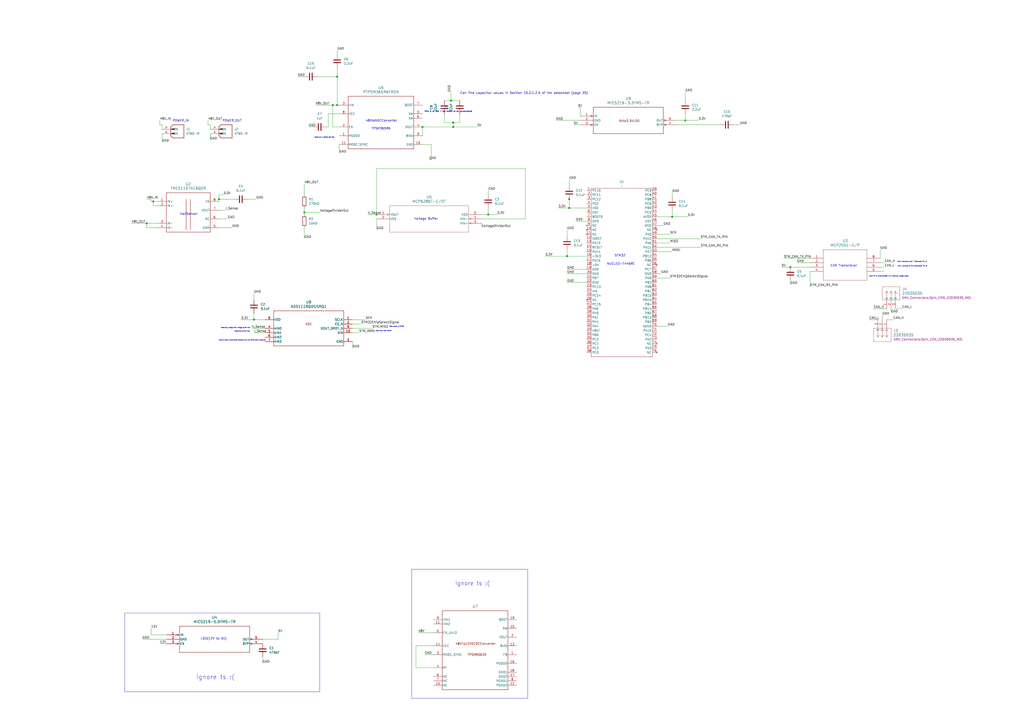
<source format=kicad_sch>
(kicad_sch (version 20250114) (generator "eeschema") (generator_version "9.0")
  (paper "A2")
  (lib_symbols
    (symbol "Device:C" (pin_numbers (hide yes)) (pin_names (offset 0.254))
      (property "Reference" "C" (at 0.635 2.54 0))
      (property "Value" "C" (at 0.635 -2.54 0))
      (symbol "C_0_1"
        (polyline (pts (xy -2.032 0.762) (xy 2.032 0.762)) (stroke (width 0.508)))
        (polyline (pts (xy -2.032 -0.762) (xy 2.032 -0.762)) (stroke (width 0.508)))
      )
      (symbol "C_1_1"
        (pin passive line (at 0 3.81 270) (length 2.794) (name "~") (number "1"))
        (pin passive line (at 0 -3.81 90) (length 2.794) (name "~") (number "2"))
      )
    )
    (symbol "Device:R" (pin_numbers (hide yes)) (pin_names (offset 0))
      (property "Reference" "R" (at 2.032 0 90))
      (property "Value" "R" (at 0 0 90))
      (symbol "R_0_1"
        (rectangle (start -1.016 -2.54) (end 1.016 2.54) (stroke (width 0.254)))
      )
      (symbol "R_1_1"
        (pin passive line (at 0 3.81 270) (length 1.27) (name "~") (number "1"))
        (pin passive line (at 0 -3.81 90) (length 1.27) (name "~") (number "2"))
      )
    )
    (symbol "SMV_Custom:3-pin Mini Molex Spox" (pin_names (offset 0.254))
      (property "Reference" "J" (at 8.89 6.35 0))
      (property "Value" "22035035" (at -3.81 3.81 0))
      (property "Footprint" "SMV_Connectors:3pin_CON_22035035_MOL" (at 0 0 0))
      (symbol "3-pin Mini Molex Spox_1_1"
        (polyline (pts (xy 5.08 2.54) (xy 5.08 -7.62)) (stroke (width 0.127)))
        (polyline (pts (xy 5.08 -7.62) (xy 12.7 -7.62)) (stroke (width 0.127)))
        (polyline (pts (xy 10.16 0) (xy 5.08 0)) (stroke (width 0.127)))
        (polyline (pts (xy 10.16 0) (xy 8.89 0.8467)) (stroke (width 0.127)))
        (polyline (pts (xy 10.16 0) (xy 8.89 -0.8467)) (stroke (width 0.127)))
        (polyline (pts (xy 10.16 -2.54) (xy 5.08 -2.54)) (stroke (width 0.127)))
        (polyline (pts (xy 10.16 -2.54) (xy 8.89 -1.6933)) (stroke (width 0.127)))
        (polyline (pts (xy 10.16 -2.54) (xy 8.89 -3.3867)) (stroke (width 0.127)))
        (polyline (pts (xy 10.16 -5.08) (xy 5.08 -5.08)) (stroke (width 0.127)))
        (polyline (pts (xy 10.16 -5.08) (xy 8.89 -4.2333)) (stroke (width 0.127)))
        (polyline (pts (xy 10.16 -5.08) (xy 8.89 -5.9267)) (stroke (width 0.127)))
        (polyline (pts (xy 12.7 2.54) (xy 5.08 2.54)) (stroke (width 0.127)))
        (polyline (pts (xy 12.7 -7.62) (xy 12.7 2.54)) (stroke (width 0.127)))
        (pin unspecified line (at 0 0 0) (length 5.08) (name "1") (number "1"))
        (pin unspecified line (at 0 -2.54 0) (length 5.08) (name "2") (number "2"))
        (pin unspecified line (at 0 -5.08 0) (length 5.08) (name "3") (number "3"))
      )
      (symbol "3-pin Mini Molex Spox_1_2"
        (polyline (pts (xy 5.08 2.54) (xy 5.08 -7.62)) (stroke (width 0.127)))
        (polyline (pts (xy 5.08 -7.62) (xy 12.7 -7.62)) (stroke (width 0.127)))
        (polyline (pts (xy 7.62 0) (xy 5.08 0)) (stroke (width 0.127)))
        (polyline (pts (xy 7.62 0) (xy 8.89 0.8467)) (stroke (width 0.127)))
        (polyline (pts (xy 7.62 0) (xy 8.89 -0.8467)) (stroke (width 0.127)))
        (polyline (pts (xy 7.62 -2.54) (xy 5.08 -2.54)) (stroke (width 0.127)))
        (polyline (pts (xy 7.62 -2.54) (xy 8.89 -1.6933)) (stroke (width 0.127)))
        (polyline (pts (xy 7.62 -2.54) (xy 8.89 -3.3867)) (stroke (width 0.127)))
        (polyline (pts (xy 7.62 -5.08) (xy 5.08 -5.08)) (stroke (width 0.127)))
        (polyline (pts (xy 7.62 -5.08) (xy 8.89 -4.2333)) (stroke (width 0.127)))
        (polyline (pts (xy 7.62 -5.08) (xy 8.89 -5.9267)) (stroke (width 0.127)))
        (polyline (pts (xy 12.7 2.54) (xy 5.08 2.54)) (stroke (width 0.127)))
        (polyline (pts (xy 12.7 -7.62) (xy 12.7 2.54)) (stroke (width 0.127)))
        (pin unspecified line (at 0 0 0) (length 5.08) (name "1") (number "1"))
        (pin unspecified line (at 0 -2.54 0) (length 5.08) (name "2") (number "2"))
        (pin unspecified line (at 0 -5.08 0) (length 5.08) (name "3") (number "3"))
      )
    )
    (symbol "SMV_Custom:ADS1118QDGSRQ1" (pin_names (offset 0.254))
      (property "Reference" "U" (at 0 12.192 0))
      (property "Value" "ADS1118QDGSRQ1" (at -0.762 -3.556 0))
      (symbol "ADS1118QDGSRQ1_0_1"
        (polyline (pts (xy -20.32 10.16) (xy -20.32 -10.16)) (stroke (width 0.2032)))
        (polyline (pts (xy -20.32 -10.16) (xy 20.32 -10.16)) (stroke (width 0.2032)))
        (polyline (pts (xy 20.32 10.16) (xy -20.32 10.16)) (stroke (width 0.2032)))
        (polyline (pts (xy 20.32 -10.16) (xy 20.32 10.16)) (stroke (width 0.2032)))
        (pin power_in line (at -25.4 5.08 0) (length 5.08) (name "VDD") (number "8"))
        (pin input line (at -25.4 0 0) (length 5.08) (name "AIN0") (number "4"))
        (pin input line (at -25.4 -2.54 0) (length 5.08) (name "AIN1") (number "5"))
        (pin input line (at -25.4 -5.08 0) (length 5.08) (name "AIN2") (number "6"))
        (pin input line (at -25.4 -7.62 0) (length 5.08) (name "AIN3") (number "7"))
        (pin input line (at 25.4 5.08 180) (length 5.08) (name "SCLK") (number "1"))
        (pin input line (at 25.4 2.54 180) (length 5.08) (name "CS_N") (number "2"))
        (pin output line (at 25.4 0 180) (length 5.08) (name "DOUT_DRDY_N") (number "9"))
        (pin input line (at 25.4 -2.54 180) (length 5.08) (name "DIN") (number "10"))
        (pin power_in line (at 25.4 -7.62 180) (length 5.08) (name "GND") (number "3"))
      )
      (symbol "ADS1118QDGSRQ1_1_1"
        (text "ADC" (at 0 2.54 0) (effects (font (size 1.27 1.27))))
      )
    )
    (symbol "SMV_Custom:MCP2551-E_P" (pin_names (offset 0.254))
      (property "Reference" "U" (at 20.32 10.16 0))
      (property "Value" "MCP2551-E/P" (at 20.32 7.62 0))
      (symbol "MCP2551-E_P_0_1"
        (polyline (pts (xy 7.62 5.08) (xy 7.62 -12.7)) (stroke (width 0.127)))
        (polyline (pts (xy 7.62 -12.7) (xy 33.02 -12.7)) (stroke (width 0.127)))
        (polyline (pts (xy 33.02 5.08) (xy 7.62 5.08)) (stroke (width 0.127)))
        (polyline (pts (xy 33.02 -12.7) (xy 33.02 5.08)) (stroke (width 0.127)))
        (pin unspecified line (at 0 0 0) (length 7.62) (name "") (number "1"))
        (pin unspecified line (at 0 -2.54 0) (length 7.62) (name "") (number "2"))
        (pin unspecified line (at 0 -5.08 0) (length 7.62) (name "") (number "3"))
        (pin unspecified line (at 0 -7.62 0) (length 7.62) (name "") (number "4"))
        (pin unspecified line (at 40.64 0 180) (length 7.62) (name "") (number "8"))
        (pin unspecified line (at 40.64 -2.54 180) (length 7.62) (name "") (number "7"))
        (pin unspecified line (at 40.64 -5.08 180) (length 7.62) (name "") (number "6"))
        (pin unspecified line (at 40.64 -7.62 180) (length 7.62) (name "") (number "5"))
      )
    )
    (symbol "SMV_Custom:MCP6286T-E_OT" (pin_names (offset 0.254))
      (property "Reference" "U" (at 30.48 10.16 0))
      (property "Value" "MCP6286T-E/OT" (at 30.48 7.62 0))
      (symbol "MCP6286T-E_OT_0_1"
        (polyline (pts (xy 7.0993 0.5207) (xy 6.0579 0)) (stroke (width 0.127)))
        (polyline (pts (xy 7.0993 -0.5207) (xy 6.0579 0)) (stroke (width 0.127)))
        (polyline (pts (xy 7.62 5.08) (xy 7.62 -10.16)) (stroke (width 0.127)))
        (polyline (pts (xy 7.62 -10.16) (xy 53.34 -10.16)) (stroke (width 0.127)))
        (polyline (pts (xy 53.34 5.08) (xy 7.62 5.08)) (stroke (width 0.127)))
        (polyline (pts (xy 53.34 -10.16) (xy 53.34 5.08)) (stroke (width 0.127)))
        (polyline (pts (xy 53.8607 -2.54) (xy 54.9021 -2.0193)) (stroke (width 0.127)))
        (polyline (pts (xy 53.8607 -2.54) (xy 54.9021 -3.0607)) (stroke (width 0.127)))
        (polyline (pts (xy 53.8607 -5.08) (xy 54.9021 -4.5593)) (stroke (width 0.127)))
        (polyline (pts (xy 53.8607 -5.08) (xy 54.9021 -5.6007)) (stroke (width 0.127)))
        (pin output line (at 0 0 0) (length 7.62) (name "VOUT") (number "1"))
        (pin power_in line (at 0 -2.54 0) (length 7.62) (name "VSS") (number "2"))
        (pin power_in line (at 60.96 0 180) (length 7.62) (name "VDD") (number "5"))
        (pin input line (at 60.96 -2.54 180) (length 7.62) (name "VIN-") (number "4"))
        (pin input line (at 60.96 -5.08 180) (length 7.62) (name "VIN+") (number "3"))
      )
    )
    (symbol "SMV_Custom:MIC5219-3.3YM5-TR" (pin_names (offset 0.254))
      (property "Reference" "U" (at 27.94 10.16 0))
      (property "Value" "MIC5219-3.3YM5-TR" (at 27.94 7.62 0))
      (symbol "MIC5219-3.3YM5-TR_0_1"
        (polyline (pts (xy 7.0993 0) (xy 6.0579 0.5207)) (stroke (width 0.2032)))
        (polyline (pts (xy 7.0993 0) (xy 6.0579 -0.5207)) (stroke (width 0.2032)))
        (polyline (pts (xy 7.0993 -5.08) (xy 6.0579 -4.5593)) (stroke (width 0.2032)))
        (polyline (pts (xy 7.0993 -5.08) (xy 6.0579 -5.6007)) (stroke (width 0.2032)))
        (polyline (pts (xy 7.62 5.08) (xy 7.62 -10.16)) (stroke (width 0.2032)))
        (polyline (pts (xy 7.62 -10.16) (xy 48.26 -10.16)) (stroke (width 0.2032)))
        (polyline (pts (xy 48.26 5.08) (xy 7.62 5.08)) (stroke (width 0.2032)))
        (polyline (pts (xy 48.26 -10.16) (xy 48.26 5.08)) (stroke (width 0.2032)))
        (polyline (pts (xy 48.7807 -2.0193) (xy 49.8221 -2.54)) (stroke (width 0.2032)))
        (polyline (pts (xy 48.7807 -3.0607) (xy 49.8221 -2.54)) (stroke (width 0.2032)))
        (polyline (pts (xy 48.7807 -4.5593) (xy 49.8221 -5.08)) (stroke (width 0.2032)))
        (polyline (pts (xy 48.7807 -5.6007) (xy 49.8221 -5.08)) (stroke (width 0.2032)))
        (pin input line (at 0 0 0) (length 7.62) (name "IN") (number "1"))
        (pin power_in line (at 0 -2.54 0) (length 7.62) (name "GND") (number "2"))
        (pin input line (at 0 -5.08 0) (length 7.62) (name "EN") (number "3"))
        (pin output line (at 55.88 -2.54 180) (length 7.62) (name "OUT") (number "5"))
        (pin output line (at 55.88 -5.08 180) (length 7.62) (name "BYP") (number "4"))
      )
      (symbol "MIC5219-3.3YM5-TR_1_1"
        (text "5Vto3.3VLDO" (at 28.448 -2.794 0) (effects (font (size 1.27 1.27))))
      )
    )
    (symbol "SMV_Custom:MIC5219-5.0YM5-TR" (pin_names (offset 0.254))
      (property "Reference" "U" (at 27.94 10.16 0))
      (property "Value" "MIC5219-5.0YM5-TR" (at 27.94 7.62 0))
      (symbol "MIC5219-5.0YM5-TR_0_1"
        (polyline (pts (xy 7.0993 0) (xy 6.0579 0.5207)) (stroke (width 0.2032)))
        (polyline (pts (xy 7.0993 0) (xy 6.0579 -0.5207)) (stroke (width 0.2032)))
        (polyline (pts (xy 7.0993 -5.08) (xy 6.0579 -4.5593)) (stroke (width 0.2032)))
        (polyline (pts (xy 7.0993 -5.08) (xy 6.0579 -5.6007)) (stroke (width 0.2032)))
        (polyline (pts (xy 7.62 5.08) (xy 7.62 -10.16)) (stroke (width 0.2032)))
        (polyline (pts (xy 7.62 -10.16) (xy 48.26 -10.16)) (stroke (width 0.2032)))
        (polyline (pts (xy 48.26 5.08) (xy 7.62 5.08)) (stroke (width 0.2032)))
        (polyline (pts (xy 48.26 -10.16) (xy 48.26 5.08)) (stroke (width 0.2032)))
        (polyline (pts (xy 48.7807 -2.0193) (xy 49.8221 -2.54)) (stroke (width 0.2032)))
        (polyline (pts (xy 48.7807 -3.0607) (xy 49.8221 -2.54)) (stroke (width 0.2032)))
        (polyline (pts (xy 48.7807 -4.5593) (xy 49.8221 -5.08)) (stroke (width 0.2032)))
        (polyline (pts (xy 48.7807 -5.6007) (xy 49.8221 -5.08)) (stroke (width 0.2032)))
        (pin input line (at 0 0 0) (length 7.62) (name "IN") (number "1"))
        (pin power_in line (at 0 -2.54 0) (length 7.62) (name "GND") (number "2"))
        (pin input line (at 0 -5.08 0) (length 7.62) (name "EN") (number "3"))
        (pin output line (at 55.88 -2.54 180) (length 7.62) (name "OUT") (number "5"))
        (pin output line (at 55.88 -5.08 180) (length 7.62) (name "BYP") (number "4"))
      )
    )
    (symbol "SMV_Custom:P65630SVCGR" (pin_names (offset 0.254))
      (property "Reference" "U" (at 0 2.54 0))
      (symbol "P65630SVCGR_0_1"
        (polyline (pts (xy 5.08 5.08) (xy 5.08 -40.64)) (stroke (width 0.2032)))
        (polyline (pts (xy 5.08 -40.64) (xy 43.18 -40.64)) (stroke (width 0.2032)))
        (polyline (pts (xy 43.18 5.08) (xy 5.08 5.08)) (stroke (width 0.2032)))
        (polyline (pts (xy 43.18 -40.64) (xy 43.18 5.08)) (stroke (width 0.2032)))
        (pin power_in line (at 0 0 0) (length 5.08) (name "VIN1") (number "9"))
        (pin power_in line (at 0 -2.54 0) (length 5.08) (name "VIN2") (number "11"))
        (pin input line (at 0 -7.62 0) (length 5.08) (name "EN_UVLO") (number "5"))
        (pin power_in line (at 0 -15.24 0) (length 5.08) (name "VCC") (number "14"))
        (pin input line (at 0 -20.32 0) (length 5.08) (name "MODE_SYNC") (number "3"))
        (pin unspecified line (at 0 -27.94 0) (length 5.08) (name "RT") (number "4"))
        (pin unspecified line (at 0 -33.02 0) (length 5.08) (name "NC") (number "6"))
        (pin unspecified line (at 0 -35.56 0) (length 5.08) (name "NC") (number "7"))
        (pin unspecified line (at 0 -38.1 0) (length 5.08) (name "NC") (number "15"))
        (pin power_in line (at 48.26 0 180) (length 5.08) (name "BOOT") (number "19"))
        (pin power_in line (at 48.26 -5.08 180) (length 5.08) (name "SW") (number "10"))
        (pin power_in line (at 48.26 -10.16 180) (length 5.08) (name "VOUT") (number "2"))
        (pin power_in line (at 48.26 -15.24 180) (length 5.08) (name "BIAS") (number "13"))
        (pin unspecified line (at 48.26 -20.32 180) (length 5.08) (name "FB") (number "1"))
        (pin open_collector line (at 48.26 -25.4 180) (length 5.08) (name "PGOOD") (number "16"))
        (pin power_in line (at 48.26 -30.48 180) (length 5.08) (name "GND1") (number "18"))
        (pin power_in line (at 48.26 -33.02 180) (length 5.08) (name "GND2") (number "17"))
        (pin power_in line (at 48.26 -35.56 180) (length 5.08) (name "PGND1") (number "8"))
        (pin power_in line (at 48.26 -38.1 180) (length 5.08) (name "PGND2") (number "12"))
      )
      (symbol "P65630SVCGR_1_1"
        (text "48VTo12VDCDCConverter" (at 24.384 -13.97 0) (effects (font (size 1.27 1.27))))
        (text "TPSM65630" (at 25.146 -20.32 0) (effects (font (size 1.27 1.27))))
      )
    )
    (symbol "SMV_Custom:PTPSM365R6FRDN" (pin_names (offset 0.254))
      (property "Reference" "U" (at 22.86 7.874 0))
      (property "Value" "PTPSM365R6FRDN" (at 24.384 -3.556 0))
      (symbol "PTPSM365R6FRDN_0_1"
        (polyline (pts (xy 5.08 5.08) (xy 5.08 -25.4)) (stroke (width 0.2032)))
        (polyline (pts (xy 5.08 -25.4) (xy 43.18 -25.4)) (stroke (width 0.2032)))
        (polyline (pts (xy 43.18 5.08) (xy 5.08 5.08)) (stroke (width 0.2032)))
        (polyline (pts (xy 43.18 -25.4) (xy 43.18 5.08)) (stroke (width 0.2032)))
        (pin power_in line (at 0 0 0) (length 5.08) (name "VIN") (number "3"))
        (pin unspecified line (at 0 -5.08 0) (length 5.08) (name "VCC") (number "8"))
        (pin input line (at 0 -12.7 0) (length 5.08) (name "EN") (number "2"))
        (pin open_collector line (at 0 -17.78 0) (length 5.08) (name "PGOOD") (number "1"))
        (pin unspecified line (at 0 -22.86 0) (length 5.08) (name "MODE_SYNC") (number "11"))
        (pin unspecified line (at 48.26 0 180) (length 5.08) (name "BOOT") (number "7"))
        (pin unspecified line (at 48.26 -5.08 180) (length 5.08) (name "SW") (number "5"))
        (pin unspecified line (at 48.26 -7.62 180) (length 5.08) (name "SW") (number "6"))
        (pin unspecified line (at 48.26 -12.7 180) (length 5.08) (name "VOUT") (number "4"))
        (pin unspecified line (at 48.26 -17.78 180) (length 5.08) (name "BIAS") (number "9"))
        (pin power_in line (at 48.26 -22.86 180) (length 5.08) (name "GND") (number "10"))
      )
    )
    (symbol "SMV_Custom:STM32_Nucleo_F446RE"
      (property "Reference" "U" (at 0 0 0))
      (symbol "STM32_Nucleo_F446RE_0_1"
        (rectangle (start -17.78 -1.27) (end 17.78 -99.06))
      )
      (symbol "STM32_Nucleo_F446RE_1_1"
        (pin bidirectional line (at -20.32 -2.54 0) (length 2.54) (name "PC10") (number "1"))
        (pin bidirectional line (at -20.32 -5.08 0) (length 2.54) (name "PC11") (number "2"))
        (pin bidirectional line (at -20.32 -7.62 0) (length 2.54) (name "PC12") (number "3"))
        (pin bidirectional line (at -20.32 -10.16 0) (length 2.54) (name "PD2") (number "4"))
        (pin power_in line (at -20.32 -12.7 0) (length 2.54) (name "VDD") (number "5"))
        (pin power_in line (at -20.32 -15.24 0) (length 2.54) (name "E5V") (number "6"))
        (pin input line (at -20.32 -17.78 0) (length 2.54) (name "BOOT0") (number "7"))
        (pin power_in line (at -20.32 -20.32 0) (length 2.54) (name "GND") (number "8"))
        (pin no_connect line (at -20.32 -22.86 0) (length 2.54) (name "NC") (number "9"))
        (pin no_connect line (at -20.32 -25.4 0) (length 2.54) (name "NC") (number "10"))
        (pin no_connect line (at -20.32 -27.94 0) (length 2.54) (name "NC") (number "11"))
        (pin input line (at -20.32 -30.48 0) (length 2.54) (name "IOREF") (number "12"))
        (pin bidirectional line (at -20.32 -33.02 0) (length 2.54) (name "PA13") (number "13"))
        (pin input line (at -20.32 -35.56 0) (length 2.54) (name "RESET") (number "14"))
        (pin bidirectional line (at -20.32 -38.1 0) (length 2.54) (name "PA14") (number "15"))
        (pin power_in line (at -20.32 -40.64 0) (length 2.54) (name "+3V3") (number "16"))
        (pin bidirectional line (at -20.32 -43.18 0) (length 2.54) (name "PA15") (number "17"))
        (pin power_in line (at -20.32 -45.72 0) (length 2.54) (name "+5V") (number "18"))
        (pin power_in line (at -20.32 -48.26 0) (length 2.54) (name "GND") (number "19"))
        (pin power_in line (at -20.32 -50.8 0) (length 2.54) (name "GND") (number "20"))
        (pin bidirectional line (at -20.32 -53.34 0) (length 2.54) (name "PB7") (number "21"))
        (pin power_in line (at -20.32 -55.88 0) (length 2.54) (name "GND") (number "22"))
        (pin bidirectional line (at -20.32 -58.42 0) (length 2.54) (name "PC13") (number "23"))
        (pin power_in line (at -20.32 -60.96 0) (length 2.54) (name "VIN") (number "24"))
        (pin bidirectional line (at -20.32 -63.5 0) (length 2.54) (name "PC14") (number "25"))
        (pin no_connect line (at -20.32 -66.04 0) (length 2.54) (name "NC") (number "26"))
        (pin bidirectional line (at -20.32 -68.58 0) (length 2.54) (name "PC15") (number "27"))
        (pin bidirectional line (at -20.32 -71.12 0) (length 2.54) (name "PA0") (number "28"))
        (pin bidirectional line (at -20.32 -73.66 0) (length 2.54) (name "PH0") (number "29"))
        (pin bidirectional line (at -20.32 -76.2 0) (length 2.54) (name "PA1") (number "30"))
        (pin bidirectional line (at -20.32 -78.74 0) (length 2.54) (name "PH1") (number "31"))
        (pin bidirectional line (at -20.32 -81.28 0) (length 2.54) (name "PA4") (number "32"))
        (pin power_in line (at -20.32 -83.82 0) (length 2.54) (name "VBAT") (number "33"))
        (pin bidirectional line (at -20.32 -86.36 0) (length 2.54) (name "PB0") (number "34"))
        (pin bidirectional line (at -20.32 -88.9 0) (length 2.54) (name "PC2") (number "35"))
        (pin bidirectional line (at -20.32 -91.44 0) (length 2.54) (name "PC1") (number "36"))
        (pin bidirectional line (at -20.32 -93.98 0) (length 2.54) (name "PC3") (number "37"))
        (pin bidirectional line (at -20.32 -96.52 0) (length 2.54) (name "PC0") (number "38"))
        (pin bidirectional line (at 20.32 -2.54 180) (length 2.54) (name "PC9") (number "39"))
        (pin bidirectional line (at 20.32 -5.08 180) (length 2.54) (name "PC8") (number "40"))
        (pin bidirectional line (at 20.32 -7.62 180) (length 2.54) (name "PB8") (number "41"))
        (pin bidirectional line (at 20.32 -10.16 180) (length 2.54) (name "PC6") (number "42"))
        (pin bidirectional line (at 20.32 -12.7 180) (length 2.54) (name "PB9") (number "43"))
        (pin bidirectional line (at 20.32 -15.24 180) (length 2.54) (name "PC5") (number "44"))
        (pin power_in line (at 20.32 -17.78 180) (length 2.54) (name "AVDD") (number "45"))
        (pin power_in line (at 20.32 -20.32 180) (length 2.54) (name "U5V") (number "46"))
        (pin power_in line (at 20.32 -22.86 180) (length 2.54) (name "GND") (number "47"))
        (pin no_connect line (at 20.32 -25.4 180) (length 2.54) (name "NC") (number "48"))
        (pin bidirectional line (at 20.32 -27.94 180) (length 2.54) (name "PA5") (number "49"))
        (pin bidirectional line (at 20.32 -30.48 180) (length 2.54) (name "PA12") (number "50"))
        (pin bidirectional line (at 20.32 -33.02 180) (length 2.54) (name "PA6") (number "51"))
        (pin bidirectional line (at 20.32 -35.56 180) (length 2.54) (name "PA11") (number "52"))
        (pin bidirectional line (at 20.32 -38.1 180) (length 2.54) (name "PA7") (number "53"))
        (pin bidirectional line (at 20.32 -40.64 180) (length 2.54) (name "PB12") (number "54"))
        (pin bidirectional line (at 20.32 -43.18 180) (length 2.54) (name "PB6") (number "55"))
        (pin no_connect line (at 20.32 -45.72 180) (length 2.54) (name "NC") (number "56"))
        (pin bidirectional line (at 20.32 -48.26 180) (length 2.54) (name "PC7") (number "57"))
        (pin power_in line (at 20.32 -50.8 180) (length 2.54) (name "GND") (number "58"))
        (pin bidirectional line (at 20.32 -53.34 180) (length 2.54) (name "PA9") (number "59"))
        (pin bidirectional line (at 20.32 -55.88 180) (length 2.54) (name "PB2") (number "60"))
        (pin bidirectional line (at 20.32 -58.42 180) (length 2.54) (name "PA8") (number "61"))
        (pin bidirectional line (at 20.32 -60.96 180) (length 2.54) (name "PB1") (number "62"))
        (pin bidirectional line (at 20.32 -63.5 180) (length 2.54) (name "PB10") (number "63"))
        (pin bidirectional line (at 20.32 -66.04 180) (length 2.54) (name "PB15") (number "64"))
        (pin bidirectional line (at 20.32 -68.58 180) (length 2.54) (name "PB4") (number "65"))
        (pin bidirectional line (at 20.32 -71.12 180) (length 2.54) (name "PB14") (number "66"))
        (pin bidirectional line (at 20.32 -73.66 180) (length 2.54) (name "PB5") (number "67"))
        (pin bidirectional line (at 20.32 -76.2 180) (length 2.54) (name "PB13") (number "68"))
        (pin bidirectional line (at 20.32 -78.74 180) (length 2.54) (name "PB3") (number "69"))
        (pin power_in line (at 20.32 -81.28 180) (length 2.54) (name "AGND") (number "70"))
        (pin bidirectional line (at 20.32 -83.82 180) (length 2.54) (name "PA10") (number "71"))
        (pin bidirectional line (at 20.32 -86.36 180) (length 2.54) (name "PC4") (number "72"))
        (pin bidirectional line (at 20.32 -88.9 180) (length 2.54) (name "PA2") (number "73"))
        (pin no_connect line (at 20.32 -91.44 180) (length 2.54) (name "NC") (number "74"))
        (pin bidirectional line (at 20.32 -93.98 180) (length 2.54) (name "PA3") (number "75"))
        (pin no_connect line (at 20.32 -96.52 180) (length 2.54) (name "NC") (number "76"))
      )
    )
    (symbol "SMV_Custom:TMCS1107A1BQDR" (pin_names (offset 0.254))
      (property "Reference" "U" (at 0 2.54 0))
      (property "Value" "TMCS1107A1BQDR" (at 0 0 0))
      (symbol "TMCS1107A1BQDR_0_1"
        (polyline (pts (xy 5.08 5.08) (xy 5.08 -17.78)) (stroke (width 0.2032)))
        (polyline (pts (xy 5.08 -17.78) (xy 30.48 -17.78)) (stroke (width 0.2032)))
        (polyline (pts (xy 16.51 1.27) (xy 16.51 -16.51)) (stroke (width 0.2032)))
        (polyline (pts (xy 19.05 1.27) (xy 19.05 -16.51)) (stroke (width 0.2032)))
        (polyline (pts (xy 30.48 5.08) (xy 5.08 5.08)) (stroke (width 0.2032)))
        (polyline (pts (xy 30.48 -17.78) (xy 30.48 5.08)) (stroke (width 0.2032)))
        (pin unspecified line (at 0 0 0) (length 5.08) (name "IN+") (number "1"))
        (pin unspecified line (at 0 -2.54 0) (length 5.08) (name "IN+") (number "2"))
        (pin unspecified line (at 0 -12.7 0) (length 5.08) (name "IN-") (number "3"))
        (pin unspecified line (at 0 -15.24 0) (length 5.08) (name "IN-") (number "4"))
        (pin power_in line (at 35.56 0 180) (length 5.08) (name "VS") (number "8"))
        (pin unspecified line (at 35.56 -5.08 180) (length 5.08) (name "VOUT") (number "7"))
        (pin unspecified line (at 35.56 -10.16 180) (length 5.08) (name "NC") (number "6"))
        (pin power_in line (at 35.56 -15.24 180) (length 5.08) (name "GND") (number "5"))
      )
    )
    (symbol "SMV_Custom:XT60-M" (pin_names (offset 1.016))
      (property "Reference" "J" (at 0 6.35 0))
      (property "Value" "XT60-M" (at 0 -5.08 0))
      (symbol "XT60-M_0_0"
        (polyline (pts (xy 0 3.81) (xy 0 2.54)) (stroke (width 0.254)))
        (polyline (pts (xy 0 3.81) (xy 1.27 5.08)) (stroke (width 0.254)))
        (polyline (pts (xy 0 2.54) (xy 0 -1.27)) (stroke (width 0.254)))
        (polyline (pts (xy 0 2.54) (xy 1.905 2.54)) (stroke (width 0.254)))
        (polyline (pts (xy 0 0) (xy 1.905 0)) (stroke (width 0.254)))
        (polyline (pts (xy 0 -1.27) (xy 1.27 -2.54)) (stroke (width 0.254)))
        (rectangle (start 0.635 2.2225) (end 2.2225 2.8575) (stroke (width 0.1)) (fill (type outline)))
        (rectangle (start 0.635 -0.3175) (end 2.2225 0.3175) (stroke (width 0.1)) (fill (type outline)))
        (polyline (pts (xy 1.27 -2.54) (xy 7.62 -2.54)) (stroke (width 0.254)))
        (polyline (pts (xy 7.62 5.08) (xy 1.27 5.08)) (stroke (width 0.254)))
        (polyline (pts (xy 7.62 -2.54) (xy 7.62 5.08)) (stroke (width 0.254)))
        (pin passive line (at -5.08 2.54 0) (length 5.08) (name "POS") (number "P"))
        (pin passive line (at -5.08 0 0) (length 5.08) (name "NEG") (number "N"))
      )
    )
  )
  (rectangle (start 72.39 355.6) (end 185.42 401.32))
  (rectangle (start 238.76 330.2) (end 306.07 405.13))
  (text "Leave Pin 5 unconnected!! It is a reference voltage output" (at 515.62 160.274 0) (effects (font (size 0.508 0.508))))
  (text "CAN_H connects to pin 7 (Connector Pin 1)" (at 529.082 151.892 0) (effects (font (size 0.508 0.508))))
  (text "Measuring current here" (at 140.462 192.278 0) (effects (font (size 0.508 0.508))))
  (text "Pins 5, 6, and 7 are meant to be unconnected" (at 260.096 64.77 0) (effects (font (size 0.762 0.762))))
  (text "TPSM365R6" (at 220.98 74.676 0) (effects (font (size 1.27 1.27))))
  (text "POWER_OUT" (at 134.62 70.104 0) (effects (font (size 1.27 1.27))))
  (text "Voltage Buffer" (at 247.142 127 0) (effects (font (size 1.27 1.27))))
  (text "LDO(12V to 5V)" (at 123.952 370.586 0) (effects (font (size 1.27 1.27))))
  (text "NUCLEO-F446RE" (at 360.172 153.162 0) (effects (font (size 1.27 1.27))))
  (text "CAN Transciever" (at 489.458 154.178 0) (effects (font (size 1.27 1.27))))
  (text "CAN_L connects to Pin 6 (Connector Pin 3)" (at 529.336 154.432 0) (effects (font (size 0.508 0.508))))
  (text "ignore ts :(" (at 124.968 392.938 0) (effects (font (size 2.54 2.54))))
  (text "48Vto5DCConverter\n" (at 221.234 70.104 0) (effects (font (size 1.27 1.27))))
  (text "Measuring voltage from voltage buffer here" (at 136.652 190.246 0) (effects (font (size 0.508 0.508))))
  (text "ignore ts :(" (at 274.066 338.582 0) (effects (font (size 2.286 2.286))))
  (text "STM32" (at 359.664 148.336 0) (effects (font (size 1.27 1.27))))
  (text "Data input from STM32" (at 222.504 192.024 0) (effects (font (size 0.508 0.508))))
  (text "Maybe put a testing pad here" (at 188.214 79.756 0) (effects (font (size 0.508 0.508))))
  (text "Leaving these unnconnected because only two things being measured" (at 140.462 197.358 0) (effects (font (size 0.508 0.508))))
  (text "Can find capacitor values in Section 10.2.1.2.5 of the datasheet (page 35)" (at 304.038 54.102 0) (effects (font (size 1.27 1.27))))
  (text "POWER_IN" (at 104.902 70.104 0) (effects (font (size 1.27 1.27))))
  (text "Data output to STM32" (at 230.124 189.484 0) (effects (font (size 0.508 0.508))))
  (text "HallSensor" (at 109.474 124.206 0) (effects (font (size 1.27 1.27))))
  (junction (at 458.47 154.94))
  (junction (at 195.58 60.96))
  (junction (at 283.21 124.46))
  (junction (at 261.62 58.42))
  (junction (at 330.2 120.65))
  (junction (at 195.58 44.45))
  (junction (at 127 115.57))
  (junction (at 176.53 123.19))
  (junction (at 218.44 124.46))
  (junction (at 245.11 73.66))
  (junction (at 193.04 60.96))
  (junction (at 262.89 71.12))
  (junction (at 389.89 125.73))
  (junction (at 147.32 185.42))
  (junction (at 85.09 129.54))
  (junction (at 88.9 116.84))
  (junction (at 397.51 69.85))
  (junction (at 328.93 148.59))
  (junction (at 262.89 73.66))
  (junction (at 330.2 115.57))
  (wire (pts (xy 176.53 132.08) (xy 176.53 138.43)))
  (wire (pts (xy 190.5 66.04) (xy 196.85 66.04)))
  (wire (pts (xy 93.98 77.47) (xy 93.98 82.55)))
  (wire (pts (xy 92.71 72.39) (xy 93.98 72.39)))
  (wire (pts (xy 87.63 364.49) (xy 87.63 368.3)))
  (wire (pts (xy 316.23 148.59) (xy 328.93 148.59)))
  (wire (pts (xy 172.72 44.45) (xy 176.53 44.45)))
  (wire (pts (xy 176.53 120.65) (xy 176.53 123.19)))
  (wire (pts (xy 262.89 73.66) (xy 276.86 73.66)))
  (wire (pts (xy 392.43 69.85) (xy 397.51 69.85)))
  (wire (pts (xy 91.44 132.08) (xy 85.09 132.08)))
  (wire (pts (xy 458.47 162.56) (xy 458.47 165.1)))
  (wire (pts (xy 425.45 72.39) (xy 429.26 72.39)))
  (wire (pts (xy 328.93 148.59) (xy 340.36 148.59)))
  (wire (pts (xy 245.11 73.66) (xy 262.89 73.66)))
  (wire (pts (xy 392.43 72.39) (xy 417.83 72.39)))
  (wire (pts (xy 147.32 170.18) (xy 147.32 173.99)))
  (wire (pts (xy 279.4 124.46) (xy 283.21 124.46)))
  (wire (pts (xy 148.59 115.57) (xy 143.51 115.57)))
  (wire (pts (xy 87.63 115.57) (xy 87.63 116.84)))
  (wire (pts (xy 257.81 71.12) (xy 257.81 66.04)))
  (wire (pts (xy 204.47 198.12) (xy 204.47 201.93)))
  (wire (pts (xy 251.46 387.35) (xy 241.3 387.35)))
  (wire (pts (xy 516.89 179.07) (xy 516.89 181.61)))
  (wire (pts (xy 262.89 71.12) (xy 262.89 73.66)))
  (wire (pts (xy 250.19 92.71) (xy 248.92 92.71)))
  (wire (pts (xy 381 158.75) (xy 383.54 158.75)))
  (wire (pts (xy 336.55 67.31) (xy 336.55 62.23)))
  (wire (pts (xy 332.74 72.39) (xy 336.55 72.39)))
  (wire (pts (xy 127 121.92) (xy 130.81 121.92)))
  (wire (pts (xy 127 115.57) (xy 135.89 115.57)))
  (wire (pts (xy 88.9 116.84) (xy 88.9 119.38)))
  (wire (pts (xy 304.8 127) (xy 279.4 127)))
  (wire (pts (xy 262.89 71.12) (xy 266.7 71.12)))
  (wire (pts (xy 261.62 58.42) (xy 266.7 58.42)))
  (wire (pts (xy 96.52 368.3) (xy 87.63 368.3)))
  (wire (pts (xy 304.8 97.79) (xy 304.8 127)))
  (wire (pts (xy 257.81 71.12) (xy 262.89 71.12)))
  (wire (pts (xy 397.51 69.85) (xy 405.13 69.85)))
  (wire (pts (xy 279.4 129.54) (xy 279.4 132.08)))
  (wire (pts (xy 389.89 111.76) (xy 389.89 114.3)))
  (wire (pts (xy 184.15 44.45) (xy 195.58 44.45)))
  (wire (pts (xy 152.4 381) (xy 152.4 384.81)))
  (wire (pts (xy 87.63 116.84) (xy 88.9 116.84)))
  (wire (pts (xy 85.09 115.57) (xy 87.63 115.57)))
  (wire (pts (xy 213.36 124.46) (xy 218.44 124.46)))
  (wire (pts (xy 511.81 182.88) (xy 511.81 185.42)))
  (wire (pts (xy 204.47 185.42) (xy 212.09 185.42)))
  (wire (pts (xy 454.66 149.86) (xy 469.9 149.86)))
  (wire (pts (xy 195.58 29.21) (xy 195.58 31.75)))
  (wire (pts (xy 139.7 185.42) (xy 147.32 185.42)))
  (wire (pts (xy 328.93 163.83) (xy 340.36 163.83)))
  (wire (pts (xy 242.57 367.03) (xy 251.46 367.03)))
  (wire (pts (xy 336.55 69.85) (xy 322.58 69.85)))
  (wire (pts (xy 147.32 193.04) (xy 153.67 193.04)))
  (wire (pts (xy 283.21 110.49) (xy 283.21 113.03)))
  (wire (pts (xy 82.55 370.84) (xy 96.52 370.84)))
  (wire (pts (xy 147.32 181.61) (xy 147.32 185.42)))
  (wire (pts (xy 88.9 119.38) (xy 91.44 119.38)))
  (wire (pts (xy 381 130.81) (xy 384.81 130.81)))
  (wire (pts (xy 330.2 114.3) (xy 330.2 115.57)))
  (wire (pts (xy 381 138.43) (xy 406.4 138.43)))
  (wire (pts (xy 397.51 66.04) (xy 397.51 69.85)))
  (wire (pts (xy 381 146.05) (xy 389.89 146.05)))
  (wire (pts (xy 204.47 190.5) (xy 215.9 190.5)))
  (wire (pts (xy 204.47 193.04) (xy 208.28 193.04)))
  (wire (pts (xy 195.58 60.96) (xy 196.85 60.96)))
  (wire (pts (xy 121.92 72.39) (xy 121.92 74.93)))
  (wire (pts (xy 381 140.97) (xy 388.62 140.97)))
  (wire (pts (xy 458.47 154.94) (xy 469.9 154.94)))
  (wire (pts (xy 127 132.08) (xy 134.62 132.08)))
  (wire (pts (xy 196.85 83.82) (xy 196.85 88.9)))
  (wire (pts (xy 250.19 92.71) (xy 250.19 83.82)))
  (wire (pts (xy 121.92 77.47) (xy 121.92 81.28)))
  (wire (pts (xy 218.44 97.79) (xy 304.8 97.79)))
  (wire (pts (xy 193.04 60.96) (xy 195.58 60.96)))
  (wire (pts (xy 510.54 144.78) (xy 510.54 149.86)))
  (wire (pts (xy 328.93 133.35) (xy 328.93 137.16)))
  (wire (pts (xy 161.29 367.03) (xy 161.29 370.84)))
  (wire (pts (xy 88.9 116.84) (xy 91.44 116.84)))
  (wire (pts (xy 127 127) (xy 132.08 127)))
  (wire (pts (xy 176.53 106.68) (xy 176.53 113.03)))
  (wire (pts (xy 283.21 124.46) (xy 288.29 124.46)))
  (wire (pts (xy 120.65 72.39) (xy 121.92 72.39)))
  (wire (pts (xy 218.44 124.46) (xy 218.44 97.79)))
  (wire (pts (xy 514.35 185.42) (xy 518.16 185.42)))
  (wire (pts (xy 334.01 128.27) (xy 340.36 128.27)))
  (wire (pts (xy 127 115.57) (xy 127 113.03)))
  (wire (pts (xy 510.54 154.94) (xy 513.08 154.94)))
  (wire (pts (xy 510.54 152.4) (xy 513.08 152.4)))
  (wire (pts (xy 93.98 72.39) (xy 93.98 74.93)))
  (wire (pts (xy 389.89 125.73) (xy 398.78 125.73)))
  (wire (pts (xy 266.7 71.12) (xy 266.7 66.04)))
  (wire (pts (xy 381 161.29) (xy 388.62 161.29)))
  (wire (pts (xy 283.21 120.65) (xy 283.21 124.46)))
  (wire (pts (xy 127 116.84) (xy 127 115.57)))
  (wire (pts (xy 330.2 104.14) (xy 330.2 107.95)))
  (wire (pts (xy 127 113.03) (xy 129.54 113.03)))
  (wire (pts (xy 250.19 83.82) (xy 245.11 83.82)))
  (wire (pts (xy 85.09 129.54) (xy 91.44 129.54)))
  (wire (pts (xy 245.11 73.66) (xy 245.11 78.74)))
  (wire (pts (xy 462.28 152.4) (xy 469.9 152.4)))
  (wire (pts (xy 196.85 73.66) (xy 193.04 73.66)))
  (wire (pts (xy 257.81 58.42) (xy 261.62 58.42)))
  (wire (pts (xy 381 135.89) (xy 388.62 135.89)))
  (wire (pts (xy 152.4 370.84) (xy 161.29 370.84)))
  (wire (pts (xy 381 143.51) (xy 406.4 143.51)))
  (wire (pts (xy 335.28 62.23) (xy 336.55 62.23)))
  (wire (pts (xy 381 189.23) (xy 387.35 189.23)))
  (wire (pts (xy 147.32 185.42) (xy 153.67 185.42)))
  (wire (pts (xy 519.43 179.07) (xy 523.24 179.07)))
  (wire (pts (xy 76.2 129.54) (xy 85.09 129.54)))
  (wire (pts (xy 453.39 154.94) (xy 458.47 154.94)))
  (wire (pts (xy 328.93 156.21) (xy 340.36 156.21)))
  (wire (pts (xy 176.53 123.19) (xy 176.53 124.46)))
  (wire (pts (xy 146.05 190.5) (xy 153.67 190.5)))
  (wire (pts (xy 330.2 115.57) (xy 330.2 120.65)))
  (wire (pts (xy 189.23 73.66) (xy 190.5 73.66)))
  (wire (pts (xy 506.73 179.07) (xy 514.35 179.07)))
  (wire (pts (xy 330.2 120.65) (xy 340.36 120.65)))
  (wire (pts (xy 85.09 132.08) (xy 85.09 129.54)))
  (wire (pts (xy 469.9 157.48) (xy 469.9 166.37)))
  (wire (pts (xy 246.38 379.73) (xy 251.46 379.73)))
  (wire (pts (xy 328.93 158.75) (xy 340.36 158.75)))
  (wire (pts (xy 241.3 374.65) (xy 251.46 374.65)))
  (wire (pts (xy 381 125.73) (xy 389.89 125.73)))
  (wire (pts (xy 261.62 58.42) (xy 261.62 53.34)))
  (wire (pts (xy 218.44 127) (xy 218.44 133.35)))
  (wire (pts (xy 323.85 120.65) (xy 330.2 120.65)))
  (wire (pts (xy 204.47 187.96) (xy 209.55 187.96)))
  (wire (pts (xy 195.58 44.45) (xy 195.58 60.96)))
  (wire (pts (xy 92.71 373.38) (xy 96.52 373.38)))
  (wire (pts (xy 92.71 69.85) (xy 92.71 72.39)))
  (wire (pts (xy 176.53 123.19) (xy 185.42 123.19)))
  (wire (pts (xy 397.51 53.34) (xy 397.51 58.42)))
  (wire (pts (xy 120.65 69.85) (xy 120.65 72.39)))
  (wire (pts (xy 389.89 121.92) (xy 389.89 125.73)))
  (wire (pts (xy 328.93 144.78) (xy 328.93 148.59)))
  (wire (pts (xy 510.54 157.48) (xy 513.08 157.48)))
  (wire (pts (xy 179.07 73.66) (xy 181.61 73.66)))
  (wire (pts (xy 195.58 39.37) (xy 195.58 44.45)))
  (wire (pts (xy 504.19 185.42) (xy 509.27 185.42)))
  (wire (pts (xy 190.5 73.66) (xy 190.5 66.04)))
  (wire (pts (xy 193.04 73.66) (xy 193.04 60.96)))
  (wire (pts (xy 182.88 60.96) (xy 193.04 60.96)))
  (wire (pts (xy 241.3 387.35) (xy 241.3 374.65)))
  (label "GND" (at 328.93 133.35 0))
  (label "GND" (at 148.59 115.57 0))
  (label "GND" (at 179.07 73.66 0))
  (label "3.3V" (at 139.7 185.42 0))
  (label "GND" (at 322.58 69.85 0))
  (label "GND" (at 389.89 111.76 0))
  (label "3.3V" (at 129.54 113.03 0))
  (label "GND" (at 195.58 29.21 0))
  (label "GND" (at 383.54 158.75 0))
  (label "STM32ChipSelectSignal" (at 388.62 161.29 0))
  (label "GND" (at 132.08 127 0))
  (label "VoltageDividerOut" (at 279.4 132.08 0))
  (label "48V_OUT" (at 76.2 129.54 0))
  (label "GND" (at 218.44 133.35 0))
  (label "GND" (at 246.38 379.73 0))
  (label "GND" (at 330.2 104.14 0))
  (label "GND" (at 510.54 144.78 0))
  (label "48V_OUT" (at 176.53 106.68 0))
  (label "I_Sense" (at 147.32 193.04 0))
  (label "MISO" (at 388.62 140.97 0))
  (label "STM32ChipSelectSignal" (at 209.55 187.96 0))
  (label "CAN_L" (at 523.24 179.07 0))
  (label "V_Sense" (at 213.36 124.46 0))
  (label "48V_OUT" (at 182.88 60.96 0))
  (label "VoltageDividerOut" (at 185.42 123.19 0))
  (label "3.3V" (at 398.78 125.73 0))
  (label "5V" (at 161.29 367.03 0))
  (label "48V_IN" (at 92.71 69.85 0))
  (label "CAN_L" (at 513.08 154.94 0))
  (label "CAN_H" (at 518.16 185.42 0))
  (label "V_Sense" (at 146.05 190.5 0))
  (label "STM_CAN_RX_PIN" (at 469.9 166.37 0))
  (label "SCK" (at 212.09 185.42 0))
  (label "GND" (at 204.47 201.93 0))
  (label "GND" (at 458.47 165.1 0))
  (label "STM_MISO" (at 215.9 190.5 0))
  (label "STM_MOSI" (at 208.28 193.04 0))
  (label "CAN_H" (at 506.73 179.07 0))
  (label "SCK" (at 388.62 135.89 0))
  (label "GND" (at 176.53 138.43 0))
  (label "GND" (at 387.35 189.23 0))
  (label "GND" (at 384.81 130.81 0))
  (label "GND" (at 134.62 132.08 0))
  (label "GND" (at 429.26 72.39 0))
  (label "GND" (at 516.89 181.61 0))
  (label "GND" (at 328.93 156.21 0))
  (label "GND" (at 121.92 81.28 0))
  (label "3.3V" (at 316.23 148.59 0))
  (label "5V" (at 276.86 73.66 0))
  (label "GND" (at 93.98 82.55 0))
  (label "GND" (at 152.4 384.81 0))
  (label "GND" (at 172.72 44.45 0))
  (label "5V" (at 332.74 72.39 0))
  (label "GND" (at 511.81 182.88 0))
  (label "STM_CAN_TX_PIN" (at 406.4 138.43 0))
  (label "48V_OUT" (at 120.65 69.85 0))
  (label "48V_IN" (at 85.09 115.57 0))
  (label "STM_CAN_RX_PIN" (at 406.4 143.51 0))
  (label "GND" (at 82.55 370.84 0))
  (label "GND" (at 283.21 110.49 0))
  (label "5V" (at 453.39 154.94 0))
  (label "3.3V" (at 323.85 120.65 0))
  (label "I_Sense" (at 130.81 121.92 0))
  (label "GND" (at 462.28 152.4 0))
  (label "GND" (at 397.51 53.34 0))
  (label "GND" (at 147.32 170.18 0))
  (label "GND" (at 248.92 92.71 0))
  (label "CAN_H" (at 513.08 152.4 0))
  (label "STM_CAN_TX_PIN" (at 454.66 149.86 0))
  (label "GND" (at 334.01 128.27 0))
  (label "GND" (at 261.62 53.34 90))
  (label "GND" (at 196.85 88.9 0))
  (label "12V" (at 87.63 364.49 0))
  (label "3.3V" (at 405.13 69.85 0))
  (label "5V" (at 335.28 62.23 0))
  (label "12V" (at 92.71 373.38 0))
  (label "3.3V" (at 288.29 124.46 0))
  (label "CAN_L" (at 504.19 185.42 0))
  (label "48V" (at 242.57 367.03 0))
  (label "GND" (at 328.93 158.75 0))
  (label "MOSI" (at 389.89 146.05 0))
  (label "GND" (at 328.93 163.83 0))
  (symbol (lib_id "Device:C") (at 195.58 35.56 0) (unit 1)
    (property "Reference" "C6" (at 199.39 34.2899 0) (effects (justify left)))
    (property "Value" "2.2uF" (at 199.39 36.8299 0) (effects (justify left)))
    (property "Description" "Unpolarized capacitor" (effects (hide yes)))
  )
  (symbol (lib_id "SMV_Custom:PTPSM365R6FRDN") (at 196.85 60.96 0) (unit 1)
    (property "Reference" "U6" (at 220.98 50.8 0) (effects (font (size 1.524 1.524))))
    (property "Value" "PTPSM365R6FRDN" (at 220.98 53.34 0) (effects (font (size 1.524 1.524))))
    (property "Footprint" "RDN0011A-MFG" (effects (hide yes)))
    (property "Datasheet" "https://www.ti.com/lit/gpn/tpsm365r6" (effects (hide yes)))
  )
  (symbol (lib_id "SMV_Custom:P65630SVCGR") (at 251.46 359.41 0) (unit 1)
    (property "Reference" "U7" (at 275.59 351.79 0) (effects (font (size 1.524 1.524))))
    (property "Value" "P65630SVCGR" (effects (hide yes)))
    (property "Footprint" "VCG0019A-MFG" (effects (hide yes)))
    (property "Datasheet" "https://www.ti.com/lit/gpn/tpsm65630" (effects (hide yes)))
  )
  (symbol (lib_id "Device:C") (at 283.21 116.84 0) (unit 1)
    (property "Reference" "C3" (at 287.02 115.5699 0) (effects (justify left)))
    (property "Value" "0.1uF" (at 287.02 118.1099 0) (effects (justify left)))
    (property "Description" "Unpolarized capacitor" (effects (hide yes)))
  )
  (symbol (lib_id "SMV_Custom:3-pin Mini Molex Spox") (at 514.35 185.42 270) (unit 1)
    (property "Reference" "J3" (at 518.16 191.7699 90) (effects (font (size 1.524 1.524)) (justify left)))
    (property "Value" "22035035" (at 518.16 194.3099 90) (effects (font (size 1.524 1.524)) (justify left)))
    (property "Footprint" "SMV_Connectors:3pin_CON_22035035_MOL" (at 518.16 196.8499 90) (effects (font (italic yes)) (justify left)))
    (property "Datasheet" "3-pin Mini Molex Spox" (effects (hide yes)))
  )
  (symbol (lib_id "Device:C") (at 330.2 111.76 0) (unit 1)
    (property "Reference" "C12" (at 334.01 110.4899 0) (effects (justify left)))
    (property "Value" "0.1uF" (at 334.01 113.0299 0) (effects (justify left)))
    (property "Description" "Unpolarized capacitor" (effects (hide yes)))
  )
  (symbol (lib_id "SMV_Custom:ADS1118QDGSRQ1") (at 179.07 190.5 0) (unit 1)
    (property "Reference" "U8" (at 179.07 175.26 0) (effects (font (size 1.524 1.524))))
    (property "Value" "ADS1118QDGSRQ1" (at 179.07 177.8 0) (effects (font (size 1.524 1.524))))
    (property "Footprint" "DGS0010A_N" (effects (hide yes)))
    (property "Datasheet" "https://www.ti.com/lit/gpn/ads1118-q1" (effects (hide yes)))
  )
  (symbol (lib_id "Device:C") (at 257.81 62.23 180) (unit 1)
    (property "Reference" "C8" (at 250.19 62.23 90))
    (property "Value" "22uF" (at 252.73 62.23 90))
    (property "Description" "Unpolarized capacitor" (effects (hide yes)))
  )
  (symbol (lib_id "Device:C") (at 389.89 118.11 0) (unit 1)
    (property "Reference" "C14" (at 393.7 116.8399 0) (effects (justify left)))
    (property "Value" "0.1uF" (at 393.7 119.3799 0) (effects (justify left)))
    (property "Description" "Unpolarized capacitor" (effects (hide yes)))
  )
  (symbol (lib_id "SMV_Custom:MCP2551-E_P") (at 469.9 149.86 0) (unit 1)
    (property "Reference" "U3" (at 490.22 139.7 0) (effects (font (size 1.524 1.524))))
    (property "Value" "MCP2551-E/P" (at 490.22 142.24 0) (effects (font (size 1.524 1.524))))
    (property "Footprint" "PDIP8_300MC_MCH" (effects (hide yes)))
    (property "Datasheet" "MCP2551-E/P" (effects (hide yes)))
  )
  (symbol (lib_id "Device:C") (at 185.42 73.66 90) (unit 1)
    (property "Reference" "C7" (at 185.42 66.04 90))
    (property "Value" "1uF" (at 185.42 68.58 90))
    (property "Description" "Unpolarized capacitor" (effects (hide yes)))
  )
  (symbol (lib_id "Device:R") (at 176.53 128.27 0) (unit 1)
    (property "Reference" "R2" (at 179.07 126.9999 0) (effects (justify left)))
    (property "Value" "10kΩ" (at 179.07 129.5399 0) (effects (justify left)))
    (property "Description" "Resistor" (effects (hide yes)))
  )
  (symbol (lib_id "Device:C") (at 421.64 72.39 90) (unit 1)
    (property "Reference" "C10" (at 421.64 64.77 90))
    (property "Value" "470pF" (at 421.64 67.31 90))
    (property "Description" "Unpolarized capacitor" (effects (hide yes)))
  )
  (symbol (lib_id "Device:C") (at 328.93 140.97 0) (unit 1)
    (property "Reference" "C13" (at 332.74 139.6999 0) (effects (justify left)))
    (property "Value" "0.1uF" (at 332.74 142.2399 0) (effects (justify left)))
    (property "Description" "Unpolarized capacitor" (effects (hide yes)))
  )
  (symbol (lib_id "Device:C") (at 139.7 115.57 90) (unit 1)
    (property "Reference" "C4" (at 139.7 107.95 90))
    (property "Value" "0.1uF" (at 139.7 110.49 90))
    (property "Description" "Unpolarized capacitor" (effects (hide yes)))
  )
  (symbol (lib_id "SMV_Custom:STM32_Nucleo_F446RE") (at 360.68 107.95 0) (unit 1)
    (property "Reference" "U1" (at 360.68 105.41 0))
    (property "Value" "~" (at 360.68 107.95 0))
  )
  (symbol (lib_id "Device:C") (at 458.47 158.75 0) (unit 1)
    (property "Reference" "C5" (at 462.28 157.4799 0) (effects (justify left)))
    (property "Value" "0.1uF" (at 462.28 160.0199 0) (effects (justify left)))
    (property "Description" "Unpolarized capacitor" (effects (hide yes)))
  )
  (symbol (lib_id "Device:C") (at 266.7 62.23 180) (unit 1)
    (property "Reference" "C9" (at 259.08 62.23 90))
    (property "Value" "22uF" (at 261.62 62.23 90))
    (property "Description" "Unpolarized capacitor" (effects (hide yes)))
  )
  (symbol (lib_id "SMV_Custom:XT60-M") (at 127 77.47 0) (unit 1)
    (property "Reference" "J2" (at 135.89 74.9299 0) (effects (justify left)))
    (property "Value" "XT60-M" (at 135.89 77.4699 0) (effects (justify left)))
    (property "Footprint" "SMV_Connectors:AMASS_XT60-M" (effects (hide yes)))
    (property "MF" "AMASS" (effects (hide yes)))
    (property "MAXIMUM_PACKAGE_HEIGHT" "16.00 mm" (effects (hide yes)))
    (property "Package" "Package" (effects (hide yes)))
    (property "Price" "None" (effects (hide yes)))
    (property "Check_prices" "https://www.snapeda.com/parts/XT60-M/AMASS/view-part/?ref=eda" (effects (hide yes)))
    (property "STANDARD" "IPC 7351B" (effects (hide yes)))
    (property "PARTREV" "V1.2" (effects (hide yes)))
    (property "SnapEDA_Link" "https://www.snapeda.com/parts/XT60-M/AMASS/view-part/?ref=snap" (effects (hide yes)))
    (property "MP" "XT60-M" (effects (hide yes)))
    (property "Description_1" "\n                        \n                            Plug; DC supply; XT60; male; PIN: 2; for cable; soldered; 30A; 500V\n                        \n" (effects (hide yes)))
    (property "Availability" "Not in stock" (effects (hide yes)))
    (property "MANUFACTURER" "AMASS" (effects (hide yes)))
  )
  (symbol (lib_id "Device:C") (at 147.32 177.8 0) (unit 1)
    (property "Reference" "C2" (at 151.13 176.5299 0) (effects (justify left)))
    (property "Value" "0.1uF" (at 151.13 179.0699 0) (effects (justify left)))
    (property "Description" "Unpolarized capacitor" (effects (hide yes)))
  )
  (symbol (lib_id "Device:C") (at 152.4 377.19 0) (unit 1)
    (property "Reference" "C1" (at 156.21 375.9199 0) (effects (justify left)))
    (property "Value" "470pF" (at 156.21 378.4599 0) (effects (justify left)))
    (property "Description" "Unpolarized capacitor" (effects (hide yes)))
  )
  (symbol (lib_id "Device:C") (at 180.34 44.45 90) (unit 1)
    (property "Reference" "C15" (at 180.34 36.83 90))
    (property "Value" "0.1uF" (at 180.34 39.37 90))
    (property "Description" "Unpolarized capacitor" (effects (hide yes)))
  )
  (symbol (lib_id "SMV_Custom:3-pin Mini Molex Spox") (at 514.35 179.07 90) (unit 1)
    (property "Reference" "J4" (at 523.24 167.6399 90) (effects (font (size 1.524 1.524)) (justify right)))
    (property "Value" "22035035" (at 523.24 170.1799 90) (effects (font (size 1.524 1.524)) (justify right)))
    (property "Footprint" "SMV_Connectors:3pin_CON_22035035_MOL" (at 523.24 172.7199 90) (effects (font (italic yes)) (justify right)))
    (property "Datasheet" "3-pin Mini Molex Spox" (effects (hide yes)))
  )
  (symbol (lib_id "SMV_Custom:TMCS1107A1BQDR") (at 91.44 116.84 0) (unit 1)
    (property "Reference" "U2" (at 109.22 106.68 0) (effects (font (size 1.524 1.524))))
    (property "Value" "TMCS1107A1BQDR" (at 109.22 109.22 0) (effects (font (size 1.524 1.524))))
    (property "Footprint" "D0008A-IPC_A" (effects (hide yes)))
    (property "Datasheet" "https://www.ti.com/lit/gpn/tmcs1107" (effects (hide yes)))
  )
  (symbol (lib_id "SMV_Custom:XT60-M") (at 99.06 77.47 0) (unit 1)
    (property "Reference" "J1" (at 107.95 74.9299 0) (effects (justify left)))
    (property "Value" "XT60-M" (at 107.95 77.4699 0) (effects (justify left)))
    (property "Footprint" "SMV_Connectors:AMASS_XT60-M" (effects (hide yes)))
    (property "MF" "AMASS" (effects (hide yes)))
    (property "MAXIMUM_PACKAGE_HEIGHT" "16.00 mm" (effects (hide yes)))
    (property "Package" "Package" (effects (hide yes)))
    (property "Price" "None" (effects (hide yes)))
    (property "Check_prices" "https://www.snapeda.com/parts/XT60-M/AMASS/view-part/?ref=eda" (effects (hide yes)))
    (property "STANDARD" "IPC 7351B" (effects (hide yes)))
    (property "PARTREV" "V1.2" (effects (hide yes)))
    (property "SnapEDA_Link" "https://www.snapeda.com/parts/XT60-M/AMASS/view-part/?ref=snap" (effects (hide yes)))
    (property "MP" "XT60-M" (effects (hide yes)))
    (property "Description_1" "\n                        \n                            Plug; DC supply; XT60; male; PIN: 2; for cable; soldered; 30A; 500V\n                        \n" (effects (hide yes)))
    (property "Availability" "Not in stock" (effects (hide yes)))
    (property "MANUFACTURER" "AMASS" (effects (hide yes)))
  )
  (symbol (lib_id "SMV_Custom:MCP6286T-E_OT") (at 218.44 124.46 0) (unit 1)
    (property "Reference" "U5" (at 248.92 114.3 0) (effects (font (size 1.524 1.524))))
    (property "Value" "MCP6286T-E/OT" (at 248.92 116.84 0) (effects (font (size 1.524 1.524))))
    (property "Footprint" "SOT-23-5_MC_MCH" (effects (hide yes)))
    (property "Datasheet" "MCP6286T-E/OT" (effects (hide yes)))
  )
  (symbol (lib_id "Device:R") (at 176.53 116.84 0) (unit 1)
    (property "Reference" "R1" (at 179.07 115.5699 0) (effects (justify left)))
    (property "Value" "270kΩ" (at 179.07 118.1099 0) (effects (justify left)))
    (property "Description" "Resistor" (effects (hide yes)))
  )
  (symbol (lib_id "Device:C") (at 397.51 62.23 0) (unit 1)
    (property "Reference" "C11" (at 401.32 60.9599 0) (effects (justify left)))
    (property "Value" "2.2uF" (at 401.32 63.4999 0) (effects (justify left)))
    (property "Description" "Unpolarized capacitor" (effects (hide yes)))
  )
  (symbol (lib_id "SMV_Custom:MIC5219-3.3YM5-TR") (at 336.55 67.31 0) (unit 1)
    (property "Reference" "U9" (at 364.49 57.15 0) (effects (font (size 1.524 1.524))))
    (property "Value" "MIC5219-3.3YM5-TR" (at 364.49 59.69 0) (effects (font (size 1.524 1.524))))
    (property "Footprint" "SOT-23-5_M5_MCH" (effects (hide yes)))
    (property "Datasheet" "MIC5219-3.3YM5-TR" (effects (hide yes)))
  )
  (symbol (lib_id "SMV_Custom:MIC5219-5.0YM5-TR") (at 96.52 368.3 0) (unit 1)
    (property "Reference" "U4" (at 124.46 358.14 0) (effects (font (size 1.524 1.524))))
    (property "Value" "MIC5219-5.0YM5-TR" (at 124.46 360.68 0) (effects (font (size 1.524 1.524))))
    (property "Footprint" "SOT-23-5_M5_MCH" (effects (hide yes)))
    (property "Datasheet" "MIC5219-5.0YM5-TR" (effects (hide yes)))
  )
)
</source>
